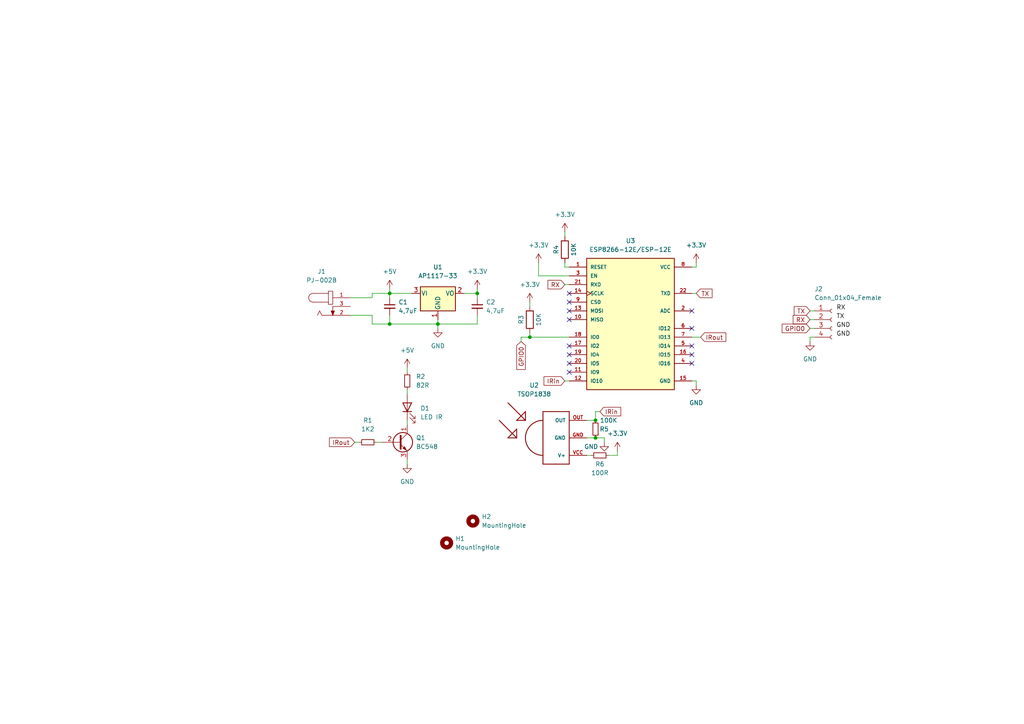
<source format=kicad_sch>
(kicad_sch (version 20211123) (generator eeschema)
  (paper "A4")
  (lib_symbols
    (symbol "Connector:Conn_01x04_Female" (pin_names (offset 1.016) hide)
      (property "Reference" "J" (at 0 5.08 0))
      (property "Value" "Conn_01x04_Female" (at 0 -7.62 0))
      (symbol "Conn_01x04_Female_1_1"
        (arc (start 0 -4.572) (mid -0.508 -5.08) (end 0 -5.588) (stroke (width 0.1524)))
        (arc (start 0 -2.032) (mid -0.508 -2.54) (end 0 -3.048) (stroke (width 0.1524)))
        (polyline (pts (xy -1.27 -5.08) (xy -0.508 -5.08)) (stroke (width 0.1524)))
        (polyline (pts (xy -1.27 -2.54) (xy -0.508 -2.54)) (stroke (width 0.1524)))
        (polyline (pts (xy -1.27 0) (xy -0.508 0)) (stroke (width 0.1524)))
        (polyline (pts (xy -1.27 2.54) (xy -0.508 2.54)) (stroke (width 0.1524)))
        (arc (start 0 0.508) (mid -0.508 0) (end 0 -0.508) (stroke (width 0.1524)))
        (arc (start 0 3.048) (mid -0.508 2.54) (end 0 2.032) (stroke (width 0.1524)))
        (pin passive line (at -5.08 2.54 0) (length 3.81) (name "Pin_1") (number "1"))
        (pin passive line (at -5.08 0 0) (length 3.81) (name "Pin_2") (number "2"))
        (pin passive line (at -5.08 -2.54 0) (length 3.81) (name "Pin_3") (number "3"))
        (pin passive line (at -5.08 -5.08 0) (length 3.81) (name "Pin_4") (number "4"))
      )
    )
    (symbol "Device:C_Small" (pin_numbers hide) (pin_names (offset 0.254) hide)
      (property "Reference" "C" (at 0.254 1.778 0))
      (property "Value" "C_Small" (at 0.254 -2.032 0))
      (symbol "C_Small_0_1"
        (polyline (pts (xy -1.524 -0.508) (xy 1.524 -0.508)) (stroke (width 0.3302)))
        (polyline (pts (xy -1.524 0.508) (xy 1.524 0.508)) (stroke (width 0.3048)))
      )
      (symbol "C_Small_1_1"
        (pin passive line (at 0 2.54 270) (length 2.032) (name "~") (number "1"))
        (pin passive line (at 0 -2.54 90) (length 2.032) (name "~") (number "2"))
      )
    )
    (symbol "Device:LED" (pin_numbers hide) (pin_names (offset 1.016) hide)
      (property "Reference" "D" (at 0 2.54 0))
      (property "Value" "LED" (at 0 -2.54 0))
      (symbol "LED_0_1"
        (polyline (pts (xy -1.27 -1.27) (xy -1.27 1.27)) (stroke (width 0.254)))
        (polyline (pts (xy -1.27 0) (xy 1.27 0)))
        (polyline (pts (xy 1.27 -1.27) (xy 1.27 1.27) (xy -1.27 0) (xy 1.27 -1.27)) (stroke (width 0.254)))
        (polyline (pts (xy -3.048 -0.762) (xy -4.572 -2.286) (xy -3.81 -2.286) (xy -4.572 -2.286) (xy -4.572 -1.524)))
        (polyline (pts (xy -1.778 -0.762) (xy -3.302 -2.286) (xy -2.54 -2.286) (xy -3.302 -2.286) (xy -3.302 -1.524)))
      )
      (symbol "LED_1_1"
        (pin passive line (at -3.81 0 0) (length 2.54) (name "K") (number "1"))
        (pin passive line (at 3.81 0 180) (length 2.54) (name "A") (number "2"))
      )
    )
    (symbol "Device:R" (pin_numbers hide) (pin_names (offset 0))
      (property "Reference" "R" (at 2.032 0 90))
      (property "Value" "R" (at 0 0 90))
      (symbol "R_0_1"
        (rectangle (start -1.016 -2.54) (end 1.016 2.54) (stroke (width 0.254)))
      )
      (symbol "R_1_1"
        (pin passive line (at 0 3.81 270) (length 1.27) (name "~") (number "1"))
        (pin passive line (at 0 -3.81 90) (length 1.27) (name "~") (number "2"))
      )
    )
    (symbol "Device:R_Small" (pin_numbers hide) (pin_names (offset 0.254) hide)
      (property "Reference" "R" (at 0.762 0.508 0))
      (property "Value" "R_Small" (at 0.762 -1.016 0))
      (symbol "R_Small_0_1"
        (rectangle (start -0.762 1.778) (end 0.762 -1.778) (stroke (width 0.2032)))
      )
      (symbol "R_Small_1_1"
        (pin passive line (at 0 2.54 270) (length 0.762) (name "~") (number "1"))
        (pin passive line (at 0 -2.54 90) (length 0.762) (name "~") (number "2"))
      )
    )
    (symbol "ESP8266-12E_ESP-12E:ESP8266-12E{slash}ESP-12E" (pin_names (offset 1.016))
      (property "Reference" "U" (at -12.7161 18.3112 0))
      (property "Value" "ESP8266-12E{slash}ESP-12E" (at -12.7084 -23.3835 0))
      (symbol "ESP8266-12E{slash}ESP-12E_0_0"
        (rectangle (start -12.7 -20.32) (end 12.7 17.78) (stroke (width 0.254)) (fill (type background)))
        (pin input line (at -17.78 15.24 0) (length 5.08) (name "RESET") (number "1"))
        (pin bidirectional line (at -17.78 0 0) (length 5.08) (name "MISO") (number "10"))
        (pin bidirectional line (at -17.78 -15.24 0) (length 5.08) (name "IO9") (number "11"))
        (pin bidirectional line (at -17.78 -17.78 0) (length 5.08) (name "IO10") (number "12"))
        (pin bidirectional line (at -17.78 2.54 0) (length 5.08) (name "MOSI") (number "13"))
        (pin input clock (at -17.78 7.62 0) (length 5.08) (name "SCLK") (number "14"))
        (pin power_in line (at 17.78 -17.78 180) (length 5.08) (name "GND") (number "15"))
        (pin bidirectional line (at 17.78 -10.16 180) (length 5.08) (name "IO15") (number "16"))
        (pin bidirectional line (at -17.78 -7.62 0) (length 5.08) (name "IO2") (number "17"))
        (pin bidirectional line (at -17.78 -5.08 0) (length 5.08) (name "IO0") (number "18"))
        (pin bidirectional line (at -17.78 -10.16 0) (length 5.08) (name "IO4") (number "19"))
        (pin passive line (at 17.78 2.54 180) (length 5.08) (name "ADC") (number "2"))
        (pin bidirectional line (at -17.78 -12.7 0) (length 5.08) (name "IO5") (number "20"))
        (pin input line (at -17.78 10.16 0) (length 5.08) (name "RXD") (number "21"))
        (pin output line (at 17.78 7.62 180) (length 5.08) (name "TXD") (number "22"))
        (pin input line (at -17.78 12.7 0) (length 5.08) (name "EN") (number "3"))
        (pin bidirectional line (at 17.78 -12.7 180) (length 5.08) (name "IO16") (number "4"))
        (pin bidirectional line (at 17.78 -7.62 180) (length 5.08) (name "IO14") (number "5"))
        (pin bidirectional line (at 17.78 -2.54 180) (length 5.08) (name "IO12") (number "6"))
        (pin bidirectional line (at 17.78 -5.08 180) (length 5.08) (name "IO13") (number "7"))
        (pin power_in line (at 17.78 15.24 180) (length 5.08) (name "VCC") (number "8"))
        (pin input line (at -17.78 5.08 0) (length 5.08) (name "CS0") (number "9"))
      )
    )
    (symbol "Mechanical:MountingHole" (pin_names (offset 1.016))
      (property "Reference" "H" (at 0 5.08 0))
      (property "Value" "MountingHole" (at 0 3.175 0))
      (symbol "MountingHole_0_1"
        (circle (center 0 0) (radius 1.27) (stroke (width 1.27)))
      )
    )
    (symbol "PJ-002B:PJ-002B" (pin_names (offset 1.016))
      (property "Reference" "J" (at -7.6337 5.0892 0))
      (property "Value" "PJ-002B" (at -7.6269 -5.0846 0))
      (symbol "PJ-002B_0_0"
        (arc (start -5.715 3.81) (mid -6.985 2.54) (end -5.715 1.27) (stroke (width 0.1524)))
        (polyline (pts (xy -5.715 3.81) (xy -1.27 3.81)) (stroke (width 0.1524)))
        (polyline (pts (xy -3.81 -1.27) (xy -4.445 -2.54)) (stroke (width 0.1524)))
        (polyline (pts (xy -3.175 -2.54) (xy -3.81 -1.27)) (stroke (width 0.1524)))
        (polyline (pts (xy -1.27 0.635) (xy 0 0.635)) (stroke (width 0.1524)))
        (polyline (pts (xy -1.27 1.27) (xy -5.715 1.27)) (stroke (width 0.1524)))
        (polyline (pts (xy -1.27 1.27) (xy -1.27 0.635)) (stroke (width 0.1524)))
        (polyline (pts (xy -1.27 3.81) (xy -1.27 1.27)) (stroke (width 0.1524)))
        (polyline (pts (xy -1.27 4.445) (xy -1.27 3.81)) (stroke (width 0.1524)))
        (polyline (pts (xy 0 -2.54) (xy -3.175 -2.54)) (stroke (width 0.1524)))
        (polyline (pts (xy 0 0) (xy 0 -2.54)) (stroke (width 0.1524)))
        (polyline (pts (xy 0 0.635) (xy 0 4.445)) (stroke (width 0.1524)))
        (polyline (pts (xy 0 4.445) (xy -1.27 4.445)) (stroke (width 0.1524)))
        (polyline (pts (xy 0 -2.54) (xy -0.508 -1.27) (xy 0.508 -1.27) (xy 0 -2.54)) (stroke (width 0.1524)) (fill (type outline)))
        (pin passive line (at 5.08 2.54 180) (length 5.08) (name "~") (number "1"))
        (pin passive line (at 5.08 -2.54 180) (length 5.08) (name "~") (number "2"))
        (pin passive line (at 5.08 0 180) (length 5.08) (name "~") (number "3"))
      )
    )
    (symbol "Regulator_Linear:AP1117-33" (pin_names (offset 0.254))
      (property "Reference" "U" (at -3.81 3.175 0))
      (property "Value" "AP1117-33" (at 0 3.175 0))
      (symbol "AP1117-33_0_1"
        (rectangle (start -5.08 -5.08) (end 5.08 1.905) (stroke (width 0.254)) (fill (type background)))
      )
      (symbol "AP1117-33_1_1"
        (pin power_in line (at 0 -7.62 90) (length 2.54) (name "GND") (number "1"))
        (pin power_out line (at 7.62 0 180) (length 2.54) (name "VO") (number "2"))
        (pin power_in line (at -7.62 0 0) (length 2.54) (name "VI") (number "3"))
      )
    )
    (symbol "TSOP1838:TSOP1838" (pin_names (offset 1.016))
      (property "Reference" "U" (at 0 0 0))
      (property "Value" "TSOP1838" (at 0 0 0))
      (symbol "TSOP1838_0_0"
        (arc (start -5.08 5.08) (mid -10.16 0) (end -5.08 -5.08) (stroke (width 0.254)))
        (polyline (pts (xy -15.24 0) (xy -12.7 0)) (stroke (width 0.254)))
        (polyline (pts (xy -15.24 0) (xy -12.7 2.54)) (stroke (width 0.254)))
        (polyline (pts (xy -15.24 10.16) (xy -10.16 5.08)) (stroke (width 0.254)))
        (polyline (pts (xy -12.7 0) (xy -17.78 5.08)) (stroke (width 0.254)))
        (polyline (pts (xy -12.7 2.54) (xy -12.7 0)) (stroke (width 0.254)))
        (polyline (pts (xy -12.7 5.08) (xy -10.16 5.08)) (stroke (width 0.254)))
        (polyline (pts (xy -10.16 5.08) (xy -10.16 7.62)) (stroke (width 0.254)))
        (polyline (pts (xy -10.16 7.62) (xy -12.7 5.08)) (stroke (width 0.254)))
        (polyline (pts (xy -5.08 -7.62) (xy -5.08 7.62)) (stroke (width 0.254)))
        (polyline (pts (xy -5.08 7.62) (xy 2.54 7.62)) (stroke (width 0.254)))
        (polyline (pts (xy 2.54 -7.62) (xy -5.08 -7.62)) (stroke (width 0.254)))
        (polyline (pts (xy 2.54 7.62) (xy 2.54 -7.62)) (stroke (width 0.254)))
        (pin bidirectional line (at 7.62 0 180) (length 5.08) (name "GND") (number "GND"))
        (pin bidirectional line (at 7.62 5.08 180) (length 5.08) (name "OUT") (number "OUT"))
        (pin bidirectional line (at 7.62 -5.08 180) (length 5.08) (name "V+") (number "VCC"))
      )
    )
    (symbol "Transistor_BJT:BC548" (pin_names (offset 0) hide)
      (property "Reference" "Q" (at 5.08 1.905 0))
      (property "Value" "BC548" (at 5.08 0 0))
      (symbol "BC548_0_1"
        (polyline (pts (xy 0 0) (xy 0.635 0)))
        (polyline (pts (xy 0.635 0.635) (xy 2.54 2.54)))
        (polyline (pts (xy 0.635 -0.635) (xy 2.54 -2.54) (xy 2.54 -2.54)))
        (polyline (pts (xy 0.635 1.905) (xy 0.635 -1.905) (xy 0.635 -1.905)) (stroke (width 0.508)))
        (polyline (pts (xy 1.27 -1.778) (xy 1.778 -1.27) (xy 2.286 -2.286) (xy 1.27 -1.778) (xy 1.27 -1.778)) (fill (type outline)))
        (circle (center 1.27 0) (radius 2.8194) (stroke (width 0.254)))
      )
      (symbol "BC548_1_1"
        (pin passive line (at 2.54 5.08 270) (length 2.54) (name "C") (number "1"))
        (pin input line (at -5.08 0 0) (length 5.08) (name "B") (number "2"))
        (pin passive line (at 2.54 -5.08 90) (length 2.54) (name "E") (number "3"))
      )
    )
    (symbol "power:+3.3V" (power) (pin_names (offset 0))
      (property "Value" "+3.3V" (at 0 3.556 0))
      (symbol "+3.3V_0_1"
        (polyline (pts (xy -0.762 1.27) (xy 0 2.54)))
        (polyline (pts (xy 0 0) (xy 0 2.54)))
        (polyline (pts (xy 0 2.54) (xy 0.762 1.27)))
      )
      (symbol "+3.3V_1_1"
        (pin power_in line (at 0 0 90) (length 0) hide (name "+3.3V") (number "1"))
      )
    )
    (symbol "power:+5V" (power) (pin_names (offset 0))
      (property "Value" "+5V" (at 0 3.556 0))
      (symbol "+5V_0_1"
        (polyline (pts (xy -0.762 1.27) (xy 0 2.54)))
        (polyline (pts (xy 0 0) (xy 0 2.54)))
        (polyline (pts (xy 0 2.54) (xy 0.762 1.27)))
      )
      (symbol "+5V_1_1"
        (pin power_in line (at 0 0 90) (length 0) hide (name "+5V") (number "1"))
      )
    )
    (symbol "power:GND" (power) (pin_names (offset 0))
      (property "Value" "GND" (at 0 -3.81 0))
      (symbol "GND_0_1"
        (polyline (pts (xy 0 0) (xy 0 -1.27) (xy 1.27 -1.27) (xy 0 -2.54) (xy -1.27 -1.27) (xy 0 -1.27)))
      )
      (symbol "GND_1_1"
        (pin power_in line (at 0 0 270) (length 0) hide (name "GND") (number "1"))
      )
    )
  )
  (junction (at 113.03 93.98))
  (junction (at 172.72 127))
  (junction (at 113.03 85.09))
  (junction (at 172.72 121.92))
  (junction (at 127 93.98))
  (junction (at 153.67 97.79))
  (junction (at 138.43 85.09))
  (no_connect (at 165.1 107.95))
  (no_connect (at 165.1 90.17))
  (no_connect (at 200.66 102.87))
  (no_connect (at 165.1 105.41))
  (no_connect (at 165.1 100.33))
  (no_connect (at 200.66 105.41))
  (no_connect (at 200.66 90.17))
  (no_connect (at 165.1 102.87))
  (no_connect (at 165.1 87.63))
  (no_connect (at 200.66 95.25))
  (no_connect (at 165.1 92.71))
  (no_connect (at 200.66 100.33))
  (no_connect (at 165.1 85.09))
  (wire (pts (xy 113.03 83.82) (xy 113.03 85.09)))
  (wire (pts (xy 153.67 97.79) (xy 153.67 96.52)))
  (wire (pts (xy 165.1 77.47) (xy 163.83 77.47)))
  (wire (pts (xy 175.26 127) (xy 172.72 127)))
  (wire (pts (xy 163.83 77.47) (xy 163.83 76.2)))
  (wire (pts (xy 156.21 80.01) (xy 156.21 76.2)))
  (wire (pts (xy 113.03 93.98) (xy 127 93.98)))
  (wire (pts (xy 107.95 93.98) (xy 113.03 93.98)))
  (wire (pts (xy 107.95 91.44) (xy 107.95 93.98)))
  (wire (pts (xy 200.66 110.49) (xy 201.93 110.49)))
  (wire (pts (xy 118.11 121.92) (xy 118.11 123.19)))
  (wire (pts (xy 179.07 132.08) (xy 179.07 130.81)))
  (wire (pts (xy 175.26 128.27) (xy 175.26 127)))
  (wire (pts (xy 113.03 91.44) (xy 113.03 93.98)))
  (wire (pts (xy 138.43 85.09) (xy 134.62 85.09)))
  (wire (pts (xy 153.67 87.63) (xy 153.67 88.9)))
  (wire (pts (xy 127 93.98) (xy 127 92.71)))
  (wire (pts (xy 163.83 110.49) (xy 165.1 110.49)))
  (wire (pts (xy 153.67 97.79) (xy 165.1 97.79)))
  (wire (pts (xy 172.72 119.38) (xy 172.72 121.92)))
  (wire (pts (xy 173.99 119.38) (xy 172.72 119.38)))
  (wire (pts (xy 138.43 83.82) (xy 138.43 85.09)))
  (wire (pts (xy 118.11 106.68) (xy 118.11 107.95)))
  (wire (pts (xy 201.93 110.49) (xy 201.93 111.76)))
  (wire (pts (xy 138.43 86.36) (xy 138.43 85.09)))
  (wire (pts (xy 151.13 97.79) (xy 153.67 97.79)))
  (wire (pts (xy 118.11 133.35) (xy 118.11 134.62)))
  (wire (pts (xy 102.87 128.27) (xy 104.14 128.27)))
  (wire (pts (xy 176.53 132.08) (xy 179.07 132.08)))
  (wire (pts (xy 107.95 85.09) (xy 113.03 85.09)))
  (wire (pts (xy 109.22 128.27) (xy 110.49 128.27)))
  (wire (pts (xy 163.83 67.31) (xy 163.83 68.58)))
  (wire (pts (xy 201.93 77.47) (xy 200.66 77.47)))
  (wire (pts (xy 118.11 113.03) (xy 118.11 114.3)))
  (wire (pts (xy 107.95 86.36) (xy 107.95 85.09)))
  (wire (pts (xy 234.95 95.25) (xy 236.22 95.25)))
  (wire (pts (xy 151.13 99.06) (xy 151.13 97.79)))
  (wire (pts (xy 234.95 90.17) (xy 236.22 90.17)))
  (wire (pts (xy 234.95 92.71) (xy 236.22 92.71)))
  (wire (pts (xy 170.18 127) (xy 172.72 127)))
  (wire (pts (xy 101.6 91.44) (xy 107.95 91.44)))
  (wire (pts (xy 163.83 82.55) (xy 165.1 82.55)))
  (wire (pts (xy 127 93.98) (xy 127 95.25)))
  (wire (pts (xy 200.66 85.09) (xy 201.93 85.09)))
  (wire (pts (xy 234.95 99.06) (xy 234.95 97.79)))
  (wire (pts (xy 165.1 80.01) (xy 156.21 80.01)))
  (wire (pts (xy 113.03 85.09) (xy 113.03 86.36)))
  (wire (pts (xy 119.38 85.09) (xy 113.03 85.09)))
  (wire (pts (xy 138.43 91.44) (xy 138.43 93.98)))
  (wire (pts (xy 127 93.98) (xy 138.43 93.98)))
  (wire (pts (xy 201.93 76.2) (xy 201.93 77.47)))
  (wire (pts (xy 234.95 97.79) (xy 236.22 97.79)))
  (wire (pts (xy 170.18 132.08) (xy 171.45 132.08)))
  (wire (pts (xy 101.6 86.36) (xy 107.95 86.36)))
  (wire (pts (xy 200.66 97.79) (xy 203.2 97.79)))
  (wire (pts (xy 170.18 121.92) (xy 172.72 121.92)))
  (label "TX" (at 242.57 92.71 0))
  (label "GND" (at 242.57 97.79 0))
  (label "RX" (at 242.57 90.17 0))
  (label "GND" (at 242.57 95.25 0))
  (global_label "TX" (shape input) (at 201.93 85.09 0) (property "Intersheet References" "${INTERSHEET_REFS}" (effects hide)))
  (global_label "RX" (shape input) (at 163.83 82.55 180) (property "Intersheet References" "${INTERSHEET_REFS}" (effects hide)))
  (global_label "IRout" (shape input) (at 203.2 97.79 0) (property "Intersheet References" "${INTERSHEET_REFS}" (effects hide)))
  (global_label "GPIO0" (shape input) (at 234.95 95.25 180) (property "Intersheet References" "${INTERSHEET_REFS}" (effects hide)))
  (global_label "RX" (shape input) (at 234.95 92.71 180) (property "Intersheet References" "${INTERSHEET_REFS}" (effects hide)))
  (global_label "IRin" (shape input) (at 163.83 110.49 180) (property "Intersheet References" "${INTERSHEET_REFS}" (effects hide)))
  (global_label "IRin" (shape input) (at 173.99 119.38 0) (property "Intersheet References" "${INTERSHEET_REFS}" (effects hide)))
  (global_label "TX" (shape input) (at 234.95 90.17 180) (property "Intersheet References" "${INTERSHEET_REFS}" (effects hide)))
  (global_label "GPIO0" (shape input) (at 151.13 99.06 270) (property "Intersheet References" "${INTERSHEET_REFS}" (effects hide)))
  (global_label "IRout" (shape input) (at 102.87 128.27 180) (property "Intersheet References" "${INTERSHEET_REFS}" (effects hide)))
  (symbol (lib_id "power:GND") (at 118.11 134.62 0) (unit 1)
    (property "Reference" "#PWR03" (effects hide))
    (property "Value" "GND" (at 118.11 139.7 0))
  )
  (symbol (lib_id "Device:R_Small") (at 173.99 132.08 90) (unit 1)
    (property "Reference" "R6" (at 173.99 134.62 90))
    (property "Value" "100R" (at 173.99 137.16 90))
    (property "Footprint" "Resistor_SMD:R_0805_2012Metric_Pad1.20x1.40mm_HandSolder" (effects hide))
  )
  (symbol (lib_id "power:+3.3V") (at 163.83 67.31 0) (unit 1)
    (property "Reference" "#PWR08" (effects hide))
    (property "Value" "+3.3V" (at 163.83 62.23 0))
  )
  (symbol (lib_id "power:+5V") (at 118.11 106.68 0) (unit 1)
    (property "Reference" "#PWR02" (effects hide))
    (property "Value" "+5V" (at 118.11 101.6 0))
  )
  (symbol (lib_id "Regulator_Linear:AP1117-33") (at 127 85.09 0) (unit 1)
    (property "Reference" "U1" (at 127 77.47 0))
    (property "Value" "AP1117-33" (at 127 80.01 0))
    (property "Footprint" "Package_TO_SOT_SMD:SOT-223-3_TabPin2" (effects hide))
    (property "Datasheet" "http://www.diodes.com/datasheets/AP1117.pdf" (effects hide))
  )
  (symbol (lib_id "Device:R") (at 153.67 92.71 180) (unit 1)
    (property "Reference" "R3" (at 151.13 92.71 90))
    (property "Value" "10K" (at 156.21 92.71 90))
    (property "Footprint" "Resistor_SMD:R_0805_2012Metric_Pad1.20x1.40mm_HandSolder" (effects hide))
  )
  (symbol (lib_id "Device:R_Small") (at 106.68 128.27 90) (unit 1)
    (property "Reference" "R1" (at 106.68 121.92 90))
    (property "Value" "1K2" (at 106.68 124.46 90))
    (property "Footprint" "Resistor_SMD:R_0805_2012Metric_Pad1.20x1.40mm_HandSolder" (effects hide))
  )
  (symbol (lib_id "power:+3.3V") (at 153.67 87.63 0) (unit 1)
    (property "Reference" "#PWR06" (effects hide))
    (property "Value" "+3.3V" (at 153.67 82.55 0))
  )
  (symbol (lib_id "Transistor_BJT:BC548") (at 115.57 128.27 0) (unit 1)
    (property "Reference" "Q1" (at 120.65 126.9999 0) (effects (justify left)))
    (property "Value" "BC548" (at 120.65 129.5399 0) (effects (justify left)))
    (property "Footprint" "Package_TO_SOT_THT:TO-92_Inline" (effects hide))
    (property "Datasheet" "https://www.onsemi.com/pub/Collateral/BC550-D.pdf" (effects hide))
  )
  (symbol (lib_id "Device:C_Small") (at 138.43 88.9 0) (unit 1)
    (property "Reference" "C2" (at 140.97 87.6362 0) (effects (justify left)))
    (property "Value" "4,7uF" (at 140.97 90.1762 0) (effects (justify left)))
    (property "Footprint" "Capacitor_SMD:C_0805_2012Metric_Pad1.18x1.45mm_HandSolder" (effects hide))
  )
  (symbol (lib_id "Device:LED") (at 118.11 118.11 90) (unit 1)
    (property "Reference" "D1" (at 121.92 118.4274 90) (effects (justify right)))
    (property "Value" "LED IR" (at 121.92 120.9674 90) (effects (justify right)))
    (property "Footprint" "LED_THT:LED_D5.0mm_Horizontal_O1.27mm_Z3.0mm" (effects hide))
  )
  (symbol (lib_id "power:+3.3V") (at 156.21 76.2 0) (unit 1)
    (property "Reference" "#PWR07" (effects hide))
    (property "Value" "+3.3V" (at 156.21 71.12 0))
  )
  (symbol (lib_id "power:GND") (at 201.93 111.76 0) (unit 1)
    (property "Reference" "#PWR012" (effects hide))
    (property "Value" "GND" (at 201.93 116.84 0))
  )
  (symbol (lib_id "power:+5V") (at 113.03 83.82 0) (unit 1)
    (property "Reference" "#PWR01" (effects hide))
    (property "Value" "+5V" (at 113.03 78.74 0))
  )
  (symbol (lib_id "Connector:Conn_01x04_Female") (at 241.3 92.71 0) (unit 1)
    (property "Reference" "J2" (at 236.22 83.82 0) (effects (justify left)))
    (property "Value" "Conn_01x04_Female" (at 236.22 86.36 0) (effects (justify left)))
    (property "Footprint" "Connector_PinHeader_2.54mm:PinHeader_1x04_P2.54mm_Vertical" (effects hide))
  )
  (symbol (lib_id "PJ-002B:PJ-002B") (at 96.52 88.9 0) (unit 1)
    (property "Reference" "J1" (at 93.2815 78.74 0))
    (property "Value" "PJ-002B" (at 93.2815 81.28 0))
    (property "Footprint" "CUI_PJ-002B" (effects hide))
    (property "STANDARD" "Manufacturer recommendations" (effects hide))
    (property "MANUFACTURER" "CUI INC" (effects hide))
  )
  (symbol (lib_id "Device:R") (at 163.83 72.39 180) (unit 1)
    (property "Reference" "R4" (at 161.29 72.39 90))
    (property "Value" "10K" (at 166.37 72.39 90))
    (property "Footprint" "Resistor_SMD:R_0805_2012Metric_Pad1.20x1.40mm_HandSolder" (effects hide))
  )
  (symbol (lib_id "power:GND") (at 175.26 128.27 0) (unit 1)
    (property "Reference" "#PWR09" (effects hide))
    (property "Value" "GND" (at 171.45 129.54 0))
  )
  (symbol (lib_id "power:+3.3V") (at 201.93 76.2 0) (unit 1)
    (property "Reference" "#PWR011" (effects hide))
    (property "Value" "+3.3V" (at 201.93 71.12 0))
  )
  (symbol (lib_id "Mechanical:MountingHole") (at 129.54 157.48 0) (unit 1)
    (property "Reference" "H1" (at 132.08 156.2099 0) (effects (justify left)))
    (property "Value" "MountingHole" (at 132.08 158.7499 0) (effects (justify left)))
    (property "Footprint" "MountingHole:MountingHole_2.7mm" (effects hide))
  )
  (symbol (lib_id "Device:C_Small") (at 113.03 88.9 0) (unit 1)
    (property "Reference" "C1" (at 115.57 87.6362 0) (effects (justify left)))
    (property "Value" "4,7uF" (at 115.57 90.1762 0) (effects (justify left)))
    (property "Footprint" "Capacitor_SMD:C_0805_2012Metric_Pad1.18x1.45mm_HandSolder" (effects hide))
  )
  (symbol (lib_id "TSOP1838:TSOP1838") (at 162.56 127 0) (unit 1)
    (property "Reference" "U2" (at 154.94 111.76 0))
    (property "Value" "TSOP1838" (at 154.94 114.3 0))
    (property "Footprint" "TSOP18XX" (effects hide))
  )
  (symbol (lib_id "power:GND") (at 234.95 99.06 0) (unit 1)
    (property "Reference" "#PWR013" (effects hide))
    (property "Value" "GND" (at 234.95 104.14 0))
  )
  (symbol (lib_id "Device:R_Small") (at 118.11 110.49 0) (unit 1)
    (property "Reference" "R2" (at 120.65 109.2199 0) (effects (justify left)))
    (property "Value" "82R" (at 120.65 111.7599 0) (effects (justify left)))
    (property "Footprint" "Resistor_THT:R_Axial_DIN0207_L6.3mm_D2.5mm_P7.62mm_Horizontal" (effects hide))
  )
  (symbol (lib_id "power:+3.3V") (at 179.07 130.81 0) (unit 1)
    (property "Reference" "#PWR010" (effects hide))
    (property "Value" "+3.3V" (at 179.07 125.73 0))
  )
  (symbol (lib_id "ESP8266-12E_ESP-12E:ESP8266-12E{slash}ESP-12E") (at 182.88 92.71 0) (unit 1)
    (property "Reference" "U3" (at 182.88 69.85 0))
    (property "Value" "ESP8266-12E/ESP-12E" (at 182.88 72.39 0))
    (property "Footprint" "XCVR_ESP8266-12E/ESP-12E" (effects hide))
    (property "MANUFACTURER" "AI-Thinker" (effects hide))
  )
  (symbol (lib_id "power:GND") (at 127 95.25 0) (unit 1)
    (property "Reference" "#PWR04" (effects hide))
    (property "Value" "GND" (at 127 100.33 0))
  )
  (symbol (lib_id "Device:R_Small") (at 172.72 124.46 180) (unit 1)
    (property "Reference" "R5" (at 175.26 124.46 0))
    (property "Value" "100K" (at 176.53 121.92 0))
    (property "Footprint" "Resistor_SMD:R_0805_2012Metric_Pad1.20x1.40mm_HandSolder" (effects hide))
  )
  (symbol (lib_id "Mechanical:MountingHole") (at 137.16 151.13 0) (unit 1)
    (property "Reference" "H2" (at 139.7 149.8599 0) (effects (justify left)))
    (property "Value" "MountingHole" (at 139.7 152.3999 0) (effects (justify left)))
    (property "Footprint" "MountingHole:MountingHole_2.7mm" (effects hide))
  )
  (symbol (lib_id "power:+3.3V") (at 138.43 83.82 0) (unit 1)
    (property "Reference" "#PWR05" (effects hide))
    (property "Value" "+3.3V" (at 138.43 78.74 0))
  )
)
</source>
